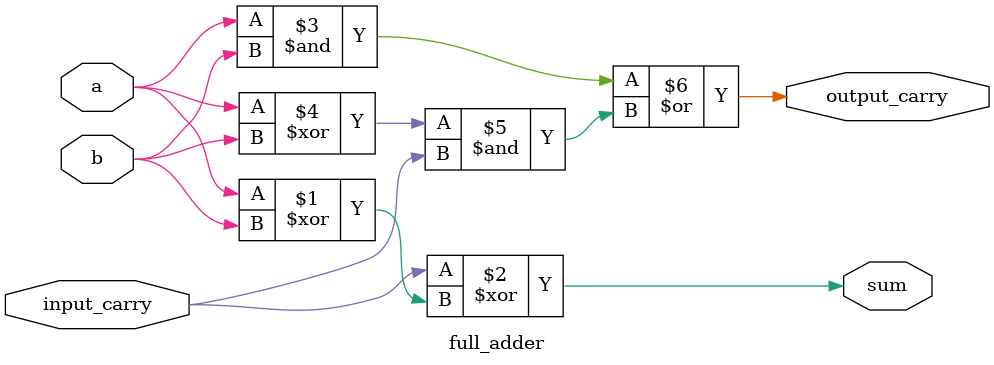
<source format=v>
module full_adder(
  input a, b, input_carry,
  output sum, output_carry);

  assign sum = input_carry ^ (a ^ b);
  assign output_carry = a & b | (a ^ b) & input_carry;

endmodule

</source>
